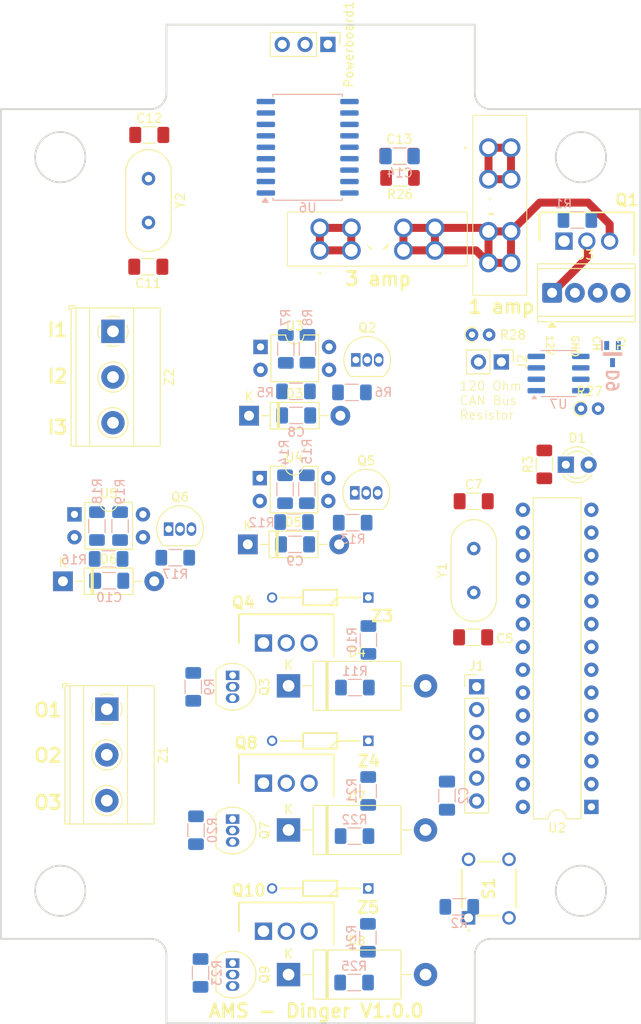
<source format=kicad_pcb>
(kicad_pcb (version 20241229) (generator "pcbnew") (generator_version "9.0")
  (layers (0 "F.Cu" signal) (2 "B.Cu" signal) (13 "F.Paste" user) (15 "B.Paste" user) (5 "F.SilkS" user "F.Silkscreen") (7 "B.SilkS" user "B.Silkscreen") (1 "F.Mask" user) (3 "B.Mask" user) (25 "Edge.Cuts" user))
  (net 0 "")
  (net 1 "/Input/Input")
  (net 2 "GND")
  (net 3 "/Input1/Input")
  (net 4 "/Input2/Input")
  (net 5 "+VDC")
  (net 6 "+5V")
  (net 7 "/Output/Output")
  (net 8 "Net-(D3-A)")
  (net 9 "/Output1/Output")
  (net 10 "/RESET")
  (net 11 "LED")
  (net 12 "/Output2/Output")
  (net 13 "RXttl")
  (net 14 "TXttl")
  (net 15 "CANBUS_L")
  (net 16 "Input1")
  (net 17 "Output1")
  (net 18 "Net-(Q2-D)")
  (net 19 "Input2")
  (net 20 "Input3")
  (net 21 "Output2")
  (net 22 "Net-(Q6-D)")
  (net 23 "Net-(Q8-Pad1)")
  (net 24 "Output3")
  (net 25 "Net-(Q9-D)")
  (net 26 "Net-(Q10-Pad1)")
  (net 27 "Reset")
  (net 30 "D8")
  (net 31 "D10")
  (net 32 "MOSI")
  (net 33 "MISO")
  (net 34 "SCK")
  (net 35 "Net-(Q5-D)")
  (net 36 "Net-(J1-Pin_6)")
  (net 37 "Net-(U2-XTAL1{slash}PB6)")
  (net 38 "Net-(U2-XTAL2{slash}PB7)")
  (net 39 "Net-(U6-OSC2)")
  (net 40 "Net-(U6-OSC1)")
  (net 41 "Net-(D1-K)")
  (net 42 "Net-(D5-A)")
  (net 43 "Net-(D6-A)")
  (net 44 "CANBUS_H")
  (net 45 "Net-(J3-Pin_1)")
  (net 47 "Net-(J2-Pin_2)")
  (net 48 "Net-(Q1-Pad3)")
  (net 49 "Net-(Q1-Pad1)")
  (net 50 "Net-(Q3-D)")
  (net 51 "Net-(Q4-Pad1)")
  (net 52 "Net-(Q7-D)")
  (net 53 "Net-(R7-Pad2)")
  (net 54 "Net-(R14-Pad2)")
  (net 55 "Net-(R18-Pad2)")
  (net 56 "Net-(U6-~{RESET})")
  (net 57 "Net-(U7-Rs)")
  (net 69 "/CANBUS-MCP2515/RXtoCANTC")
  (net 70 "/CANBUS-MCP2515/TXtoCANTC")
  (net 73 "+VSW")
  (footprint "SamacSys_Parts:TO254P469X1042X1967-3P" (layer "F.Cu") (at 99.446367 105.15926)
    (property "Reference" "Q4")
    (property "Value" "IRF9Z34NPBF" (hide yes))
  )
  (footprint "Capacitor_SMD:C_1206_3216Metric_Pad1.33x1.80mm_HandSolder" (layer "F.Cu") (at 122.76728 104.530726)
    (property "Reference" "C5")
    (property "Value" "22pF")
  )
  (footprint "Capacitor_SMD:C_1206_3216Metric_Pad1.33x1.80mm_HandSolder" (layer "F.Cu") (at 122.83105 89.405759)
    (property "Reference" "C7")
    (property "Value" "22pF")
  )
  (footprint "TerminalBlock_Phoenix:TerminalBlock_Phoenix_MKDS-1,5-3-5.08_1x03_P5.08mm_Horizontal" (layer "F.Cu") (at 82.028145 112.515397 -90)
    (property "Reference" "Z1")
    (property "Value" "Screw_Terminal_01x03")
  )
  (footprint "SamacSys_Parts:17861650001" (layer "F.Cu") (at 105.720146 61.525349)
    (property "Reference" "U8")
    (property "Value" "178.6165.0001" (hide yes))
  )
  (footprint "SamacSys_Parts:TS0266160BK260LCRD" (layer "F.Cu") (at 122.260524 135.705909 90)
    (property "Reference" "S1")
    (property "Value" "TS02-66-160-BK-260-LCR-D" (hide yes))
  )
  (footprint "SamacSys_Parts:TO254P469X1042X1967-3P" (layer "F.Cu") (at 99.446367 137.192277)
    (property "Reference" "Q10")
    (property "Value" "IRF9Z34NPBF" (hide yes))
  )
  (footprint "Package_TO_SOT_THT:TO-92_Inline" (layer "F.Cu") (at 96.016826 124.730489 -90)
    (property "Reference" "Q7")
    (property "Value" "2N7000")
  )
  (footprint "Capacitor_SMD:C_1206_3216Metric_Pad1.33x1.80mm_HandSolder" (layer "F.Cu") (at 86.641628 63.342164 180)
    (property "Reference" "C11")
    (property "Value" "22pf")
  )
  (footprint "Package_TO_SOT_THT:TO-92_Inline" (layer "F.Cu") (at 96.016826 108.75637 -90)
    (property "Reference" "Q3")
    (property "Value" "2N7000")
  )
  (footprint "SamacSys_Parts:DIOAD1068W53L380D172" (layer "F.Cu") (at 111.11303 100.109941 180)
    (property "Reference" "Z3")
    (property "Value" "BZX79C10" (hide yes))
  )
  (footprint "Package_DIP:DIP-4_W7.62mm" (layer "F.Cu") (at 99.040271 86.836725)
    (property "Reference" "U4")
    (property "Value" "LTV-817")
  )
  (footprint "SamacSys_Parts:17861650001" (layer "F.Cu") (at 124.481877 50.115525 -90)
    (property "Reference" "U1")
    (property "Value" "178.6165.0001" (hide yes))
  )
  (footprint "Diode_THT:D_DO-201_P15.24mm_Horizontal" (layer "F.Cu") (at 102.23867 125.940797)
    (property "Reference" "D7")
    (property "Value" "STPS3150RL")
  )
  (footprint "Connector_PinHeader_2.54mm:PinHeader_1x06_P2.54mm_Vertical" (layer "F.Cu") (at 123.166817 110.02215)
    (property "Reference" "J1")
    (property "Value" "TTL_Programmer")
  )
  (footprint "Package_TO_SOT_THT:TO-92_Inline" (layer "F.Cu") (at 88.895739 92.50274)
    (property "Reference" "Q6")
    (property "Value" "2N7000")
  )
  (footprint "Resistor_THT:R_Axial_DIN0204_L3.6mm_D1.6mm_P1.90mm_Vertical" (layer "F.Cu") (at 134.769963 79.113537)
    (property "Reference" "R27")
    (property "Value" "17k")
  )
  (footprint "Package_TO_SOT_THT:TO-92_Inline" (layer "F.Cu") (at 109.722554 73.695928)
    (property "Reference" "Q2")
    (property "Value" "2N7000")
  )
  (footprint "Package_DIP:DIP-4_W7.62mm" (layer "F.Cu") (at 99.12395 72.257791)
    (property "Reference" "U3")
    (property "Value" "LTV-817")
  )
  (footprint "SamacSys_Parts:TO254P469X1042X1967-3P" (layer "F.Cu") (at 99.446367 120.739511)
    (property "Reference" "Q8")
    (property "Value" "IRF9Z34NPBF" (hide yes))
  )
  (footprint "TerminalBlock_Phoenix:TerminalBlock_Phoenix_MKDS-1,5-3-5.08_1x03_P5.08mm_Horizontal" (layer "F.Cu") (at 82.709734 70.522954 -90)
    (property "Reference" "Z2")
    (property "Value" "Screw_Terminal_01x03")
  )
  (footprint "Package_DIP:DIP-28_W7.62mm" (layer "F.Cu") (at 135.922114 123.37713 180)
    (property "Reference" "U2")
    (property "Value" "ATmega328-P")
  )
  (footprint "Package_TO_SOT_THT:TO-92_Inline" (layer "F.Cu") (at 109.609827 88.471725)
    (property "Reference" "Q5")
    (property "Value" "2N7000")
  )
  (footprint "Diode_THT:D_DO-41_SOD81_P10.16mm_Horizontal" (layer "F.Cu") (at 97.706677 94.202012)
    (property "Reference" "D5")
    (property "Value" "1N4007")
  )
  (footprint "Connector_PinHeader_2.54mm:PinHeader_1x03_P2.54mm_Vertical" (layer "F.Cu") (at 106.618627 38.633556 -90)
    (property "Reference" "Powerboard1")
    (property "Value" "Conn_01x03")
  )
  (footprint "Resistor_THT:R_Axial_DIN0204_L3.6mm_D1.6mm_P1.90mm_Vertical" (layer "F.Cu") (at 122.646448 70.894938)
    (property "Reference" "R28")
    (property "Value" "120")
  )
  (footprint "Package_TO_SOT_THT:TO-92_Inline" (layer "F.Cu") (at 96.016826 140.741724 -90)
    (property "Reference" "Q9")
    (property "Value" "2N7000")
  )
  (footprint "SamacSys_Parts:DIOAD1068W53L380D172" (layer "F.Cu") (at 111.11303 116.028121 180)
    (property "Reference" "Z4")
    (property "Value" "BZX79C10" (hide yes))
  )
  (footprint "Package_DIP:DIP-4_W7.62mm" (layer "F.Cu") (at 78.424248 90.86774)
    (property "Reference" "U5")
    (property "Value" "LTV-817")
  )
  (footprint "LED_THT:LED_D3.0mm" (layer "F.Cu") (at 133.076781 85.343676)
    (property "Reference" "D1")
    (property "Value" "LED")
  )
  (footprint "Crystal:Crystal_HC49-U_Vertical" (layer "F.Cu") (at 86.660338 53.551106 -90)
    (property "Reference" "Y2")
    (property "Value" "16MHz")
  )
  (footprint "Diode_THT:D_DO-201_P15.24mm_Horizontal" (layer "F.Cu") (at 102.23867 109.921584)
    (property "Reference" "D4")
    (property "Value" "STPS3150RL")
  )
  (footprint "Connector_PinHeader_2.54mm:PinHeader_1x02_P2.54mm_Vertical" (layer "F.Cu") (at 125.907068 73.924031 -90)
    (property "Reference" "J2")
    (property "Value" "Conn_01x02")
  )
  (footprint "SamacSys_Parts:DIOAD1068W53L380D172" (layer "F.Cu") (at 111.11303 132.438886 180)
    (property "Reference" "Z5")
    (property "Value" "BZX79C10" (hide yes))
  )
  (footprint "Diode_THT:D_DO-41_SOD81_P10.16mm_Horizontal" (layer "F.Cu") (at 97.84395 79.900443)
    (property "Reference" "D3")
    (property "Value" "1N4007")
  )
  (footprint "TerminalBlock_Phoenix:TerminalBlock_Phoenix_MPT-0,5-4-2.54_1x04_P2.54mm_Horizontal" (layer "F.Cu") (at 131.552371 66.242059)
    (property "Reference" "J3")
    (property "Value" "Power_And_CAN")
  )
  (footprint "Resistor_SMD:R_1206_3216Metric_Pad1.30x1.75mm_HandSolder" (layer "F.Cu") (at 114.63817 53.475491 180)
    (property "Reference" "R26")
    (property "Value" "10k")
  )
  (footprint "SamacSys_Parts:TO254P469X1042X1967-3P" (layer "F.Cu") (at 132.87709 60.498378)
    (property "Reference" "Q1")
    (property "Value" "IRF9Z34NPBF" (hide yes))
  )
  (footprint "Capacitor_SMD:C_1206_3216Metric_Pad1.33x1.80mm_HandSolder" (layer "F.Cu") (at 86.751354 48.693734)
    (property "Reference" "C12")
    (property "Value" "22pf")
  )
  (footprint "Diode_THT:D_DO-201_P15.24mm_Horizontal" (layer "F.Cu") (at 102.23867 142.011464)
    (property "Reference" "D8")
    (property "Value" "STPS3150RL")
  )
  (footprint "Diode_THT:D_DO-41_SOD81_P10.16mm_Horizontal" (layer "F.Cu") (at 77.144248 98.300112)
    (property "Reference" "D6")
    (property "Value" "1N4007")
  )
  (footprint "Capacitor_SMD:C_1206_3216Metric_Pad1.33x1.80mm_HandSolder" (layer "F.Cu") (at 114.565351 51.027642)
    (property "Reference" "C13")
    (property "Value" "100nf")
  )
  (footprint "Crystal:Crystal_HC49-U_Vertical" (layer "F.Cu") (at 122.840924 99.54482 90)
    (property "Reference" "Y1")
    (property "Value" "Crystal")
  )
  (footprint "Resistor_SMD:R_1206_3216Metric_Pad1.30x1.75mm_HandSolder" (layer "F.Cu") (at 130.690211 85.308625 90)
    (property "Reference" "R3")
    (property "Value" "330")
  )
  (footprint "Resistor_SMD:R_1206_3216Metric_Pad1.30x1.75mm_HandSolder" (layer "B.Cu") (at 102.850271 91.720761)
    (property "Reference" "R12")
    (property "Value" "470")
  )
  (footprint "Resistor_SMD:R_1206_3216Metric_Pad1.30x1.75mm_HandSolder" (layer "B.Cu") (at 104.277479 88.073585 -90)
    (property "Reference" "R15")
    (property "Value" "5k")
  )
  (footprint "Package_SO:SOIC-8_3.9x4.9mm_P1.27mm" (layer "B.Cu") (at 132.269968 75.214688)
    (property "Reference" "U7")
    (property "Value" "MCP2551-I-SN")
  )
  (footprint "Resistor_SMD:R_1206_3216Metric_Pad1.30x1.75mm_HandSolder" (layer "B.Cu") (at 104.342145 72.461806 -90)
    (property "Reference" "R8")
    (property "Value" "5k")
  )
  (footprint "Resistor_SMD:R_1206_3216Metric_Pad1.30x1.75mm_HandSolder" (layer "B.Cu") (at 92.449471 141.828203 90)
    (property "Reference" "R23")
    (property "Value" "1M")
  )
  (footprint "Resistor_SMD:R_1206_3216Metric_Pad1.30x1.75mm_HandSolder" (layer "B.Cu") (at 109.373026 91.79104)
    (property "Reference" "R13")
    (property "Value" "5k")
  )
  (footprint "Resistor_SMD:R_1206_3216Metric_Pad1.30x1.75mm_HandSolder" (layer "B.Cu") (at 109.618401 110.111978 180)
    (property "Reference" "R11")
    (property "Value" "10k")
  )
  (footprint "Resistor_SMD:R_1206_3216Metric_Pad1.30x1.75mm_HandSolder" (layer "B.Cu") (at 109.530136 142.893973 180)
    (property "Reference" "R25")
    (property "Value" "10k")
  )
  (footprint "Capacitor_SMD:C_1206_3216Metric_Pad1.33x1.80mm_HandSolder" (layer "B.Cu") (at 114.610921 51.062467)
    (property "Reference" "C14")
    (property "Value" "100nf")
  )
  (footprint "Resistor_SMD:R_1206_3216Metric_Pad1.30x1.75mm_HandSolder" (layer "B.Cu") (at 91.639709 110.033204 90)
    (property "Reference" "R9")
    (property "Value" "1M")
  )
  (footprint "Resistor_SMD:R_1206_3216Metric_Pad1.30x1.75mm_HandSolder" (layer "B.Cu") (at 103.064226 77.194547)
    (property "Reference" "R5")
    (property "Value" "470")
  )
  (footprint "Resistor_SMD:R_1206_3216Metric_Pad1.30x1.75mm_HandSolder" (layer "B.Cu") (at 134.369097 58.148517)
    (property "Reference" "R1")
    (property "Value" "10k")
  )
  (footprint "Resistor_SMD:R_1206_3216Metric_Pad1.30x1.75mm_HandSolder" (layer "B.Cu") (at 91.944195 125.969194 90)
    (property "Reference" "R20")
    (property "Value" "1M")
  )
  (footprint "SamacSys_Parts:SOT65P210X110-3N" (layer "B.Cu") (at 138.273784 73.046199 -90)
    (property "Reference" "D9")
    (property "Value" "PESD5V0L2UU,115" (hide yes))
  )
  (footprint "Capacitor_SMD:C_1206_3216Metric_Pad1.33x1.80mm_HandSolder" (layer "B.Cu") (at 82.295617 98.24202)
    (property "Reference" "C10")
    (property "Value" "220nF")
  )
  (footprint "Package_SO:SOIC-18W_7.5x11.6mm_P1.27mm" (layer "B.Cu") (at 104.362168 50.065525)
    (property "Reference" "U6")
    (property "Value" "MCP2515-xSO")
  )
  (footprint "Resistor_SMD:R_1206_3216Metric_Pad1.30x1.75mm_HandSolder" (layer "B.Cu") (at 111.098334 121.604914 -90)
    (property "Reference" "R21")
    (property "Value" "100k")
  )
  (footprint "Resistor_SMD:R_1206_3216Metric_Pad1.30x1.75mm_HandSolder" (layer "B.Cu") (at 101.93395 72.477791 -90)
    (property "Reference" "R7")
    (property "Value" "5k")
  )
  (footprint "Resistor_SMD:R_1206_3216Metric_Pad1.30x1.75mm_HandSolder" (layer "B.Cu") (at 80.927403 92.168136 -90)
    (property "Reference" "R18")
    (property "Value" "5k")
  )
  (footprint "Resistor_SMD:R_1206_3216Metric_Pad1.30x1.75mm_HandSolder" (layer "B.Cu") (at 83.499063 92.168136 -90)
    (property "Reference" "R19")
    (property "Value" "5k")
  )
  (footprint "Capacitor_SMD:C_1206_3216Metric_Pad1.33x1.80mm_HandSolder" (layer "B.Cu") (at 102.962651 94.196975)
    (property "Reference" "C9")
    (property "Value" "220nF")
  )
  (footprint "Resistor_SMD:R_1206_3216Metric_Pad1.30x1.75mm_HandSolder" (layer "B.Cu") (at 89.635524 95.682652)
    (property "Reference" "R17")
    (property "Value" "5k")
  )
  (footprint "Capacitor_SMD:C_1206_3216Metric_Pad1.33x1.80mm_HandSolder" (layer "B.Cu") (at 119.859539 122.122626 90)
    (property "Reference" "C2")
    (property "Value" "100nf")
  )
  (footprint "Resistor_SMD:R_1206_3216Metric_Pad1.30x1.75mm_HandSolder" (layer "B.Cu") (at 111.120813 104.823834 -90)
    (property "Reference" "R10")
    (property "Value" "100k")
  )
  (footprint "Resistor_SMD:R_1206_3216Metric_Pad1.30x1.75mm_HandSolder" (layer "B.Cu") (at 109.578545 126.620804 180)
    (property "Reference" "R22")
    (property "Value" "10k")
  )
  (footprint "Resistor_SMD:R_1206_3216Metric_Pad1.30x1.75mm_HandSolder" (layer "B.Cu") (at 111.065097 137.923376 -90)
    (property "Reference" "R24")
    (property "Value" "100k")
  )
  (footprint "Resistor_SMD:R_1206_3216Metric_Pad1.30x1.75mm_HandSolder" (layer "B.Cu") (at 101.850271 88.070478 -90)
    (property "Reference" "R14")
    (property "Value" "5k")
  )
  (footprint "Resistor_SMD:R_1206_3216Metric_Pad1.30x1.75mm_HandSolder" (layer "B.Cu") (at 82.224248 95.818746)
    (property "Reference" "R16")
    (property "Value" "470")
  )
  (footprint "Capacitor_SMD:C_1206_3216Metric_Pad1.33x1.80mm_HandSolder" (layer "B.Cu") (at 103.082878 79.868355)
    (property "Reference" "C8")
    (property "Value" "220nF")
  )
  (footprint "Resistor_SMD:R_1206_3216Metric_Pad1.30x1.75mm_HandSolder" (layer "B.Cu") (at 121.228972 134.484171)
    (property "Reference" "R2")
    (property "Value" "330")
  )
  (footprint "Resistor_SMD:R_1206_3216Metric_Pad1.30x1.75mm_HandSolder" (layer "B.Cu") (at 109.290104 77.309323)
    (property "Reference" "R6")
    (property "Value" "5k")
  )
  (gr_curve (pts (xy 79.642013 51.166741) (xy 79.642013 52.709842) (xy 78.391098 53.960756) (xy 76.848019 53.960756)) (stroke (width 0.2)) (layer "Edge.Cuts"))
  (gr_curve (pts (xy 131.965994 51.166741) (xy 131.965994 49.623661) (xy 133.216929 48.372747) (xy 134.760009 48.372747)) (stroke (width 0.2)) (layer "Edge.Cuts"))
  (gr_curve (pts (xy 131.965994 132.700761) (xy 131.965994 131.157659) (xy 133.216929 129.906745) (xy 134.760009 129.906745)) (stroke (width 0.2)) (layer "Edge.Cuts"))
  (gr_curve (pts (xy 134.760009 53.960756) (xy 133.216929 53.960756) (xy 131.965994 52.709842) (xy 131.965994 51.166741)) (stroke (width 0.2)) (layer "Edge.Cuts"))
  (gr_curve (pts (xy 86.880998 138.034759) (xy 87.862958 138.034759) (xy 88.65899 138.830791) (xy 88.65899 139.812751)) (stroke (width 0.2)) (layer "Edge.Cuts"))
  (gr_curve (pts (xy 134.760009 129.906745) (xy 136.303089 129.906745) (xy 137.554003 131.157659) (xy 137.554003 132.700761)) (stroke (width 0.2)) (layer "Edge.Cuts"))
  (gr_curve (pts (xy 79.642013 132.700761) (xy 79.642013 134.24384) (xy 78.391098 135.494755) (xy 76.848019 135.494755)) (stroke (width 0.2)) (layer "Edge.Cuts"))
  (gr_line (start 88.65899 139.812751) (end 88.65899 147.432764) (stroke (width 0.2)) (layer "Edge.Cuts"))
  (gr_curve (pts (xy 88.65899 44.05475) (xy 88.65899 45.03671) (xy 87.862958 45.832764) (xy 86.880998 45.832764)) (stroke (width 0.2)) (layer "Edge.Cuts"))
  (gr_curve (pts (xy 76.848019 135.494755) (xy 75.304917 135.494755) (xy 74.054003 134.24384) (xy 74.054003 132.700761)) (stroke (width 0.2)) (layer "Edge.Cuts"))
  (gr_curve (pts (xy 76.848019 129.906745) (xy 78.391098 129.906745) (xy 79.642013 131.157659) (xy 79.642013 132.700761)) (stroke (width 0.2)) (layer "Edge.Cuts"))
  (gr_curve (pts (xy 74.054003 51.166741) (xy 74.054003 49.623661) (xy 75.304917 48.372747) (xy 76.848019 48.372747)) (stroke (width 0.2)) (layer "Edge.Cuts"))
  (gr_curve (pts (xy 122.948995 139.812751) (xy 122.948995 138.830791) (xy 123.745027 138.034759) (xy 124.726987 138.034759)) (stroke (width 0.2)) (layer "Edge.Cuts"))
  (gr_curve (pts (xy 137.554003 132.700761) (xy 137.554003 134.24384) (xy 136.303089 135.494755) (xy 134.760009 135.494755)) (stroke (width 0.2)) (layer "Edge.Cuts"))
  (gr_line (start 86.880998 45.832764) (end 70.244007 45.832764) (stroke (width 0.2)) (layer "Edge.Cuts"))
  (gr_line (start 141.363999 45.832764) (end 124.726987 45.832764) (stroke (width 0.2)) (layer "Edge.Cuts"))
  (gr_curve (pts (xy 76.848019 48.372747) (xy 78.391098 48.372747) (xy 79.642013 49.623661) (xy 79.642013 51.166741)) (stroke (width 0.2)) (layer "Edge.Cuts"))
  (gr_curve (pts (xy 137.554003 51.166741) (xy 137.554003 52.709842) (xy 136.303089 53.960756) (xy 134.760009 53.960756)) (stroke (width 0.2)) (layer "Edge.Cuts"))
  (gr_line (start 88.65899 36.434759) (end 88.65899 44.05475) (stroke (width 0.2)) (layer "Edge.Cuts"))
  (gr_line (start 88.65899 147.432764) (end 122.948995 147.432764) (stroke (width 0.2)) (layer "Edge.Cuts"))
  (gr_curve (pts (xy 134.760009 48.372747) (xy 136.303089 48.372747) (xy 137.554003 49.623661) (xy 137.554003 51.166741)) (stroke (width 0.2)) (layer "Edge.Cuts"))
  (gr_curve (pts (xy 76.848019 53.960756) (xy 75.304917 53.960756) (xy 74.054003 52.709842) (xy 74.054003 51.166741)) (stroke (width 0.2)) (layer "Edge.Cuts"))
  (gr_curve (pts (xy 124.726987 45.832764) (xy 123.745027 45.832764) (xy 122.948995 45.03671) (xy 122.948995 44.05475)) (stroke (width 0.2)) (layer "Edge.Cuts"))
  (gr_curve (pts (xy 134.760009 135.494755) (xy 133.216929 135.494755) (xy 131.965994 134.24384) (xy 131.965994 132.700761)) (stroke (width 0.2)) (layer "Edge.Cuts"))
  (gr_line (start 141.363999 138.034759) (end 141.363999 45.832764) (stroke (width 0.2)) (layer "Edge.Cuts"))
  (gr_line (start 122.948995 44.05475) (end 122.948995 36.434759) (stroke (width 0.2)) (layer "Edge.Cuts"))
  (gr_line (start 70.244007 45.832764) (end 70.244007 138.034759) (stroke (width 0.2)) (layer "Edge.Cuts"))
  (gr_line (start 70.244007 138.034759) (end 86.880998 138.034759) (stroke (width 0.2)) (layer "Edge.Cuts"))
  (gr_line (start 122.948995 147.432764) (end 122.948995 139.812751) (stroke (width 0.2)) (layer "Edge.Cuts"))
  (gr_line (start 122.948995 36.434759) (end 88.65899 36.434759) (stroke (width 0.2)) (layer "Edge.Cuts"))
  (gr_line (start 124.726987 138.034759) (end 141.363999 138.034759) (stroke (width 0.2)) (layer "Edge.Cuts"))
  (gr_curve (pts (xy 74.054003 132.700761) (xy 74.054003 131.157659) (xy 75.304917 129.906745) (xy 76.848019 129.906745)) (stroke (width 0.2)) (layer "Edge.Cuts"))
  (gr_text "O1" (at 73.789913 113.49327 0) (layer "F.SilkS") (effects (font (size 1.5 1.5) (thickness 0.3) (bold yes)) (justify left bottom)))
  (gr_text "GND" (at 133.641054 70.845915 270) (layer "F.SilkS") (effects (font (size 0.8 0.8) (thickness 0.15) (bold yes)) (justify left bottom)))
  (gr_text "120 Ohm \nCAN Bus \nResistor" (at 121.207194 80.403655 0) (layer "F.SilkS") (effects (font (size 1 1) (thickness 0.1)) (justify left bottom)))
  (gr_text "O3" (at 73.789913 123.769659 0) (layer "F.SilkS") (effects (font (size 1.5 1.5) (thickness 0.3) (bold yes)) (justify left bottom)))
  (gr_text "CL" (at 138.744499 71.005397 270) (layer "F.SilkS") (effects (font (size 0.8 0.8) (thickness 0.15) (bold yes)) (justify left bottom)))
  (gr_text "CH" (at 136.033294 70.925656 270) (layer "F.SilkS") (effects (font (size 0.8 0.8) (thickness 0.15) (bold yes)) (justify left bottom)))
  (gr_text "I3" (at 75.272731 82.062713 0) (layer "F.SilkS") (effects (font (size 1.5 1.5) (thickness 0.3) (bold yes)) (justify left bottom)))
  (gr_text "I1" (at 75.272731 71.238361 0) (layer "F.SilkS") (effects (font (size 1.5 1.5) (thickness 0.3) (bold yes)) (justify left bottom)))
  (gr_text "12V" (at 130.850107 70.845915 270) (layer "F.SilkS") (effects (font (size 0.8 0.8) (thickness 0.15) (bold yes)) (justify left bottom)))
  (gr_text "I2" (at 75.272731 76.396536 0) (layer "F.SilkS") (effects (font (size 1.5 1.5) (thickness 0.3) (bold yes)) (justify left bottom)))
  (gr_text "AMS - Dinger V1.0.0" (at 105.317194 146.053703 0) (layer "F.SilkS") (effects (font (size 1.5 1.5) (thickness 0.3) (bold yes))))
  (gr_text "O2" (at 73.789913 118.534213 0) (layer "F.SilkS") (effects (font (size 1.5 1.5) (thickness 0.3) (bold yes)) (justify left bottom)))
  (gr_text "1 amp" (at 122.08027 68.649942 0) (layer "F.SilkS") (effects (font (size 1.5 1.5) (thickness 0.3) (bold yes)) (justify left bottom)))
  (gr_text "3 amp" (at 108.370761 65.564632 0) (layer "F.SilkS") (effects (font (size 1.5 1.5) (thickness 0.3) (bold yes)) (justify left bottom)))
  (segment (start 126.981877 53.615525) (end 124.481877 53.615525) (width 0.889) (layer "F.Cu") (net 5))
  (segment (start 126.981877 50.115525) (end 126.981877 53.615525) (width 0.889) (layer "F.Cu") (net 5))
  (segment (start 126.981877 50.115525) (end 124.481877 50.115525) (width 0.889) (layer "F.Cu") (net 5))
  (segment (start 124.481877 50.115525) (end 124.481877 53.615525) (width 0.889) (layer "F.Cu") (net 5))
  (segment (start 135.41709 62.37734) (end 135.41709 60.498378) (width 0.889) (layer "F.Cu") (net 45))
  (segment (start 131.552371 66.242059) (end 135.41709 62.37734) (width 0.889) (layer "F.Cu") (net 45))
  (segment (start 118.520146 59.025349) (end 118.520146 61.525349) (width 0.889) (layer "F.Cu") (net 48))
  (segment (start 126.981877 59.415525) (end 126.981877 62.915525) (width 0.889) (layer "F.Cu") (net 48))
  (segment (start 130.18218 56.215222) (end 126.981877 59.415525) (width 0.889) (layer "F.Cu") (net 48))
  (segment (start 124.091701 59.025349) (end 124.481877 59.415525) (width 0.889) (layer "F.Cu") (net 48))
  (segment (start 126.981877 62.915525) (end 124.481877 62.915525) (width 0.889) (layer "F.Cu") (net 48))
  (segment (start 137.95709 58.616786) (end 135.555526 56.215222) (width 0.889) (layer "F.Cu") (net 48))
  (segment (start 124.481877 59.415525) (end 124.481877 62.915525) (width 0.889) (layer "F.Cu") (net 48))
  (segment (start 118.520146 61.525349) (end 123.091701 61.525349) (width 0.889) (layer "F.Cu") (net 48))
  (segment (start 115.020146 59.025349) (end 115.020146 61.525349) (width 0.889) (layer "F.Cu") (net 48))
  (segment (start 118.520146 61.525349) (end 115.020146 61.525349) (width 0.889) (layer "F.Cu") (net 48))
  (segment (start 115.020146 59.025349) (end 118.520146 59.025349) (width 0.889) (layer "F.Cu") (net 48))
  (segment (start 123.091701 61.525349) (end 124.481877 62.915525) (width 0.889) (layer "F.Cu") (net 48))
  (segment (start 118.520146 59.025349) (end 124.091701 59.025349) (width 0.889) (layer "F.Cu") (net 48))
  (segment (start 137.95709 60.498378) (end 137.95709 58.616786) (width 0.889) (layer "F.Cu") (net 48))
  (segment (start 126.981877 59.415525) (end 124.481877 59.415525) (width 0.889) (layer "F.Cu") (net 48))
  (segment (start 135.555526 56.215222) (end 130.18218 56.215222) (width 0.889) (layer "F.Cu") (net 48))
  (segment (start 105.720146 59.025349) (end 105.720146 61.525349) (width 0.889) (layer "F.Cu") (net 73))
  (segment (start 109.220146 61.525349) (end 105.720146 61.525349) (width 0.889) (layer "F.Cu") (net 73))
  (segment (start 109.220146 59.025349) (end 109.220146 61.525349) (width 0.889) (layer "F.Cu") (net 73))
  (segment (start 105.720146 59.025349) (end 109.220146 59.025349) (width 0.889) (layer "F.Cu") (net 73))
)
</source>
